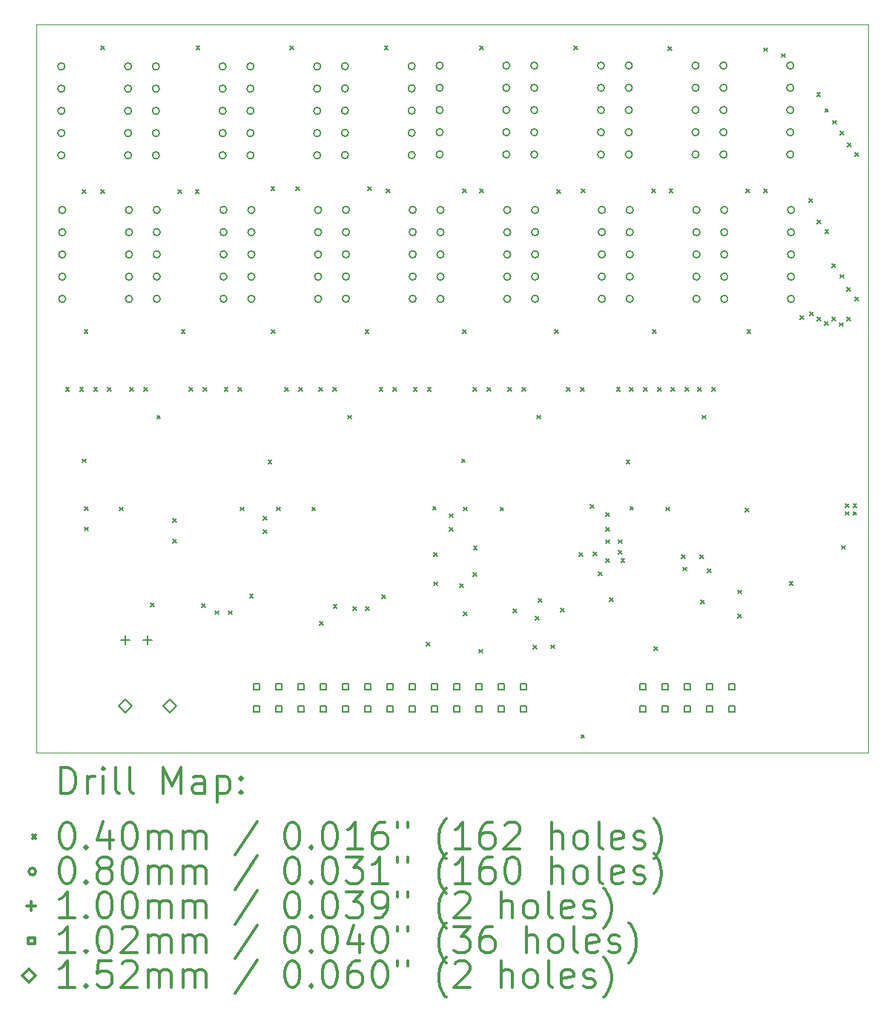
<source format=gbr>
%FSLAX45Y45*%
G04 Gerber Fmt 4.5, Leading zero omitted, Abs format (unit mm)*
G04 Created by KiCad (PCBNEW (5.1.0)-1) date 2022-03-22 21:10:53*
%MOMM*%
%LPD*%
G04 APERTURE LIST*
%ADD10C,0.050000*%
%ADD11C,0.200000*%
%ADD12C,0.300000*%
G04 APERTURE END LIST*
D10*
X8400000Y-12745000D02*
X8400000Y-8340000D01*
X17900000Y-12925000D02*
X17900000Y-10050000D01*
X17900000Y-12925000D02*
X17590000Y-12925000D01*
X8400000Y-12925000D02*
X17590000Y-12925000D01*
X8400000Y-12745000D02*
X8400000Y-12925000D01*
X17900000Y-8450000D02*
X17900000Y-10050000D01*
X17900000Y-4600000D02*
X17900000Y-8450000D01*
X8400000Y-4600000D02*
X8400000Y-8340000D01*
X8400000Y-4600000D02*
X17900000Y-4600000D01*
D11*
X8740000Y-8750000D02*
X8780000Y-8790000D01*
X8780000Y-8750000D02*
X8740000Y-8790000D01*
X8900000Y-8750000D02*
X8940000Y-8790000D01*
X8940000Y-8750000D02*
X8900000Y-8790000D01*
X8930000Y-6490000D02*
X8970000Y-6530000D01*
X8970000Y-6490000D02*
X8930000Y-6530000D01*
X8930000Y-9570000D02*
X8970000Y-9610000D01*
X8970000Y-9570000D02*
X8930000Y-9610000D01*
X8950000Y-8090000D02*
X8990000Y-8130000D01*
X8990000Y-8090000D02*
X8950000Y-8130000D01*
X8957500Y-10117500D02*
X8997500Y-10157500D01*
X8997500Y-10117500D02*
X8957500Y-10157500D01*
X8957500Y-10347500D02*
X8997500Y-10387500D01*
X8997500Y-10347500D02*
X8957500Y-10387500D01*
X9060000Y-8750000D02*
X9100000Y-8790000D01*
X9100000Y-8750000D02*
X9060000Y-8790000D01*
X9140000Y-4850000D02*
X9180000Y-4890000D01*
X9180000Y-4850000D02*
X9140000Y-4890000D01*
X9140000Y-6490000D02*
X9180000Y-6530000D01*
X9180000Y-6490000D02*
X9140000Y-6530000D01*
X9220000Y-8750000D02*
X9260000Y-8790000D01*
X9260000Y-8750000D02*
X9220000Y-8790000D01*
X9350000Y-10120000D02*
X9390000Y-10160000D01*
X9390000Y-10120000D02*
X9350000Y-10160000D01*
X9470000Y-8750000D02*
X9510000Y-8790000D01*
X9510000Y-8750000D02*
X9470000Y-8790000D01*
X9630000Y-8750000D02*
X9670000Y-8790000D01*
X9670000Y-8750000D02*
X9630000Y-8790000D01*
X9710000Y-11215000D02*
X9750000Y-11255000D01*
X9750000Y-11215000D02*
X9710000Y-11255000D01*
X9780000Y-9070000D02*
X9820000Y-9110000D01*
X9820000Y-9070000D02*
X9780000Y-9110000D01*
X9960000Y-10250000D02*
X10000000Y-10290000D01*
X10000000Y-10250000D02*
X9960000Y-10290000D01*
X9962500Y-10490000D02*
X10002500Y-10530000D01*
X10002500Y-10490000D02*
X9962500Y-10530000D01*
X10020000Y-6490000D02*
X10060000Y-6530000D01*
X10060000Y-6490000D02*
X10020000Y-6530000D01*
X10060000Y-8090000D02*
X10100000Y-8130000D01*
X10100000Y-8090000D02*
X10060000Y-8130000D01*
X10150000Y-8750000D02*
X10190000Y-8790000D01*
X10190000Y-8750000D02*
X10150000Y-8790000D01*
X10220000Y-6490000D02*
X10260000Y-6530000D01*
X10260000Y-6490000D02*
X10220000Y-6530000D01*
X10230000Y-4850000D02*
X10270000Y-4890000D01*
X10270000Y-4850000D02*
X10230000Y-4890000D01*
X10290000Y-11225000D02*
X10330000Y-11265000D01*
X10330000Y-11225000D02*
X10290000Y-11265000D01*
X10310000Y-8750000D02*
X10350000Y-8790000D01*
X10350000Y-8750000D02*
X10310000Y-8790000D01*
X10447500Y-11305000D02*
X10487500Y-11345000D01*
X10487500Y-11305000D02*
X10447500Y-11345000D01*
X10550000Y-8750000D02*
X10590000Y-8790000D01*
X10590000Y-8750000D02*
X10550000Y-8790000D01*
X10595000Y-11305000D02*
X10635000Y-11345000D01*
X10635000Y-11305000D02*
X10595000Y-11345000D01*
X10710000Y-8750000D02*
X10750000Y-8790000D01*
X10750000Y-8750000D02*
X10710000Y-8790000D01*
X10730000Y-10120000D02*
X10770000Y-10160000D01*
X10770000Y-10120000D02*
X10730000Y-10160000D01*
X10840000Y-11115000D02*
X10880000Y-11155000D01*
X10880000Y-11115000D02*
X10840000Y-11155000D01*
X10992500Y-10222500D02*
X11032500Y-10262500D01*
X11032500Y-10222500D02*
X10992500Y-10262500D01*
X10992500Y-10380001D02*
X11032500Y-10420001D01*
X11032500Y-10380001D02*
X10992500Y-10420001D01*
X11050000Y-9580000D02*
X11090000Y-9620000D01*
X11090000Y-9580000D02*
X11050000Y-9620000D01*
X11085000Y-6460000D02*
X11125000Y-6500000D01*
X11125000Y-6460000D02*
X11085000Y-6500000D01*
X11090000Y-8090000D02*
X11130000Y-8130000D01*
X11130000Y-8090000D02*
X11090000Y-8130000D01*
X11150000Y-10120000D02*
X11190000Y-10160000D01*
X11190000Y-10120000D02*
X11150000Y-10160000D01*
X11240000Y-8750000D02*
X11280000Y-8790000D01*
X11280000Y-8750000D02*
X11240000Y-8790000D01*
X11300000Y-4850000D02*
X11340000Y-4890000D01*
X11340000Y-4850000D02*
X11300000Y-4890000D01*
X11370000Y-6460000D02*
X11410000Y-6500000D01*
X11410000Y-6460000D02*
X11370000Y-6500000D01*
X11400000Y-8750000D02*
X11440000Y-8790000D01*
X11440000Y-8750000D02*
X11400000Y-8790000D01*
X11550000Y-10120000D02*
X11590000Y-10160000D01*
X11590000Y-10120000D02*
X11550000Y-10160000D01*
X11630000Y-8750000D02*
X11670000Y-8790000D01*
X11670000Y-8750000D02*
X11630000Y-8790000D01*
X11640000Y-11425000D02*
X11680000Y-11465000D01*
X11680000Y-11425000D02*
X11640000Y-11465000D01*
X11790000Y-8750000D02*
X11830000Y-8790000D01*
X11830000Y-8750000D02*
X11790000Y-8790000D01*
X11795000Y-11230000D02*
X11835000Y-11270000D01*
X11835000Y-11230000D02*
X11795000Y-11270000D01*
X11960000Y-9070000D02*
X12000000Y-9110000D01*
X12000000Y-9070000D02*
X11960000Y-9110000D01*
X12017500Y-11255000D02*
X12057500Y-11295000D01*
X12057500Y-11255000D02*
X12017500Y-11295000D01*
X12160000Y-8090000D02*
X12200000Y-8130000D01*
X12200000Y-8090000D02*
X12160000Y-8130000D01*
X12165000Y-11255000D02*
X12205000Y-11295000D01*
X12205000Y-11255000D02*
X12165000Y-11295000D01*
X12190000Y-6460000D02*
X12230000Y-6500000D01*
X12230000Y-6460000D02*
X12190000Y-6500000D01*
X12320000Y-8750000D02*
X12360000Y-8790000D01*
X12360000Y-8750000D02*
X12320000Y-8790000D01*
X12350000Y-11125000D02*
X12390000Y-11165000D01*
X12390000Y-11125000D02*
X12350000Y-11165000D01*
X12380000Y-4850000D02*
X12420000Y-4890000D01*
X12420000Y-4850000D02*
X12380000Y-4890000D01*
X12400000Y-6480000D02*
X12440000Y-6520000D01*
X12440000Y-6480000D02*
X12400000Y-6520000D01*
X12480000Y-8750000D02*
X12520000Y-8790000D01*
X12520000Y-8750000D02*
X12480000Y-8790000D01*
X12710000Y-8750000D02*
X12750000Y-8790000D01*
X12750000Y-8750000D02*
X12710000Y-8790000D01*
X12860000Y-11665000D02*
X12900000Y-11705000D01*
X12900000Y-11665000D02*
X12860000Y-11705000D01*
X12870000Y-8750000D02*
X12910000Y-8790000D01*
X12910000Y-8750000D02*
X12870000Y-8790000D01*
X12930000Y-10110000D02*
X12970000Y-10150000D01*
X12970000Y-10110000D02*
X12930000Y-10150000D01*
X12945000Y-10637500D02*
X12985000Y-10677500D01*
X12985000Y-10637500D02*
X12945000Y-10677500D01*
X12945000Y-10975000D02*
X12985000Y-11015000D01*
X12985000Y-10975000D02*
X12945000Y-11015000D01*
X13122500Y-10195000D02*
X13162500Y-10235000D01*
X13162500Y-10195000D02*
X13122500Y-10235000D01*
X13122500Y-10350000D02*
X13162500Y-10390000D01*
X13162500Y-10350000D02*
X13122500Y-10390000D01*
X13237500Y-10997500D02*
X13277500Y-11037500D01*
X13277500Y-10997500D02*
X13237500Y-11037500D01*
X13260000Y-9570000D02*
X13300000Y-9610000D01*
X13300000Y-9570000D02*
X13260000Y-9610000D01*
X13270000Y-6480000D02*
X13310000Y-6520000D01*
X13310000Y-6480000D02*
X13270000Y-6520000D01*
X13270000Y-8090000D02*
X13310000Y-8130000D01*
X13310000Y-8090000D02*
X13270000Y-8130000D01*
X13280000Y-10120000D02*
X13320000Y-10160000D01*
X13320000Y-10120000D02*
X13280000Y-10160000D01*
X13282500Y-11317500D02*
X13322500Y-11357500D01*
X13322500Y-11317500D02*
X13282500Y-11357500D01*
X13390000Y-8750000D02*
X13430000Y-8790000D01*
X13430000Y-8750000D02*
X13390000Y-8790000D01*
X13394293Y-10869698D02*
X13434293Y-10909698D01*
X13434293Y-10869698D02*
X13394293Y-10909698D01*
X13395000Y-10565000D02*
X13435000Y-10605000D01*
X13435000Y-10565000D02*
X13395000Y-10605000D01*
X13458735Y-11743735D02*
X13498735Y-11783735D01*
X13498735Y-11743735D02*
X13458735Y-11783735D01*
X13470000Y-4850000D02*
X13510000Y-4890000D01*
X13510000Y-4850000D02*
X13470000Y-4890000D01*
X13470000Y-6480000D02*
X13510000Y-6520000D01*
X13510000Y-6480000D02*
X13470000Y-6520000D01*
X13550000Y-8750000D02*
X13590000Y-8790000D01*
X13590000Y-8750000D02*
X13550000Y-8790000D01*
X13700000Y-10120000D02*
X13740000Y-10160000D01*
X13740000Y-10120000D02*
X13700000Y-10160000D01*
X13790000Y-8750000D02*
X13830000Y-8790000D01*
X13830000Y-8750000D02*
X13790000Y-8790000D01*
X13846000Y-11285000D02*
X13886000Y-11325000D01*
X13886000Y-11285000D02*
X13846000Y-11325000D01*
X13950000Y-8750000D02*
X13990000Y-8790000D01*
X13990000Y-8750000D02*
X13950000Y-8790000D01*
X14078750Y-11696250D02*
X14118750Y-11736250D01*
X14118750Y-11696250D02*
X14078750Y-11736250D01*
X14100000Y-11365000D02*
X14140000Y-11405000D01*
X14140000Y-11365000D02*
X14100000Y-11405000D01*
X14120000Y-9070000D02*
X14160000Y-9110000D01*
X14160000Y-9070000D02*
X14120000Y-9110000D01*
X14138735Y-11163735D02*
X14178735Y-11203735D01*
X14178735Y-11163735D02*
X14138735Y-11203735D01*
X14280000Y-11695000D02*
X14320000Y-11735000D01*
X14320000Y-11695000D02*
X14280000Y-11735000D01*
X14320000Y-8090000D02*
X14360000Y-8130000D01*
X14360000Y-8090000D02*
X14320000Y-8130000D01*
X14350000Y-6490000D02*
X14390000Y-6530000D01*
X14390000Y-6490000D02*
X14350000Y-6530000D01*
X14390000Y-11275000D02*
X14430000Y-11315000D01*
X14430000Y-11275000D02*
X14390000Y-11315000D01*
X14460000Y-8750000D02*
X14500000Y-8790000D01*
X14500000Y-8750000D02*
X14460000Y-8790000D01*
X14540000Y-4850000D02*
X14580000Y-4890000D01*
X14580000Y-4850000D02*
X14540000Y-4890000D01*
X14602500Y-10637500D02*
X14642500Y-10677500D01*
X14642500Y-10637500D02*
X14602500Y-10677500D01*
X14620000Y-8750000D02*
X14660000Y-8790000D01*
X14660000Y-8750000D02*
X14620000Y-8790000D01*
X14622500Y-12717500D02*
X14662500Y-12757500D01*
X14662500Y-12717500D02*
X14622500Y-12757500D01*
X14625000Y-6480000D02*
X14665000Y-6520000D01*
X14665000Y-6480000D02*
X14625000Y-6520000D01*
X14730000Y-10090000D02*
X14770000Y-10130000D01*
X14770000Y-10090000D02*
X14730000Y-10130000D01*
X14765000Y-10630000D02*
X14805000Y-10670000D01*
X14805000Y-10630000D02*
X14765000Y-10670000D01*
X14825000Y-10860000D02*
X14865000Y-10900000D01*
X14865000Y-10860000D02*
X14825000Y-10900000D01*
X14905000Y-10492500D02*
X14945000Y-10532500D01*
X14945000Y-10492500D02*
X14905000Y-10532500D01*
X14907500Y-10710000D02*
X14947500Y-10750000D01*
X14947500Y-10710000D02*
X14907500Y-10750000D01*
X14910000Y-10180000D02*
X14950000Y-10220000D01*
X14950000Y-10180000D02*
X14910000Y-10220000D01*
X14910000Y-10355000D02*
X14950000Y-10395000D01*
X14950000Y-10355000D02*
X14910000Y-10395000D01*
X14950000Y-11155000D02*
X14990000Y-11195000D01*
X14990000Y-11155000D02*
X14950000Y-11195000D01*
X15030000Y-8750000D02*
X15070000Y-8790000D01*
X15070000Y-8750000D02*
X15030000Y-8790000D01*
X15052500Y-10492500D02*
X15092500Y-10532500D01*
X15092500Y-10492500D02*
X15052500Y-10532500D01*
X15052500Y-10613855D02*
X15092500Y-10653855D01*
X15092500Y-10613855D02*
X15052500Y-10653855D01*
X15080000Y-10710000D02*
X15120000Y-10750000D01*
X15120000Y-10710000D02*
X15080000Y-10750000D01*
X15140000Y-9580000D02*
X15180000Y-9620000D01*
X15180000Y-9580000D02*
X15140000Y-9620000D01*
X15180000Y-8750000D02*
X15220000Y-8790000D01*
X15220000Y-8750000D02*
X15180000Y-8790000D01*
X15182500Y-10110000D02*
X15222500Y-10150000D01*
X15222500Y-10110000D02*
X15182500Y-10150000D01*
X15340000Y-8750000D02*
X15380000Y-8790000D01*
X15380000Y-8750000D02*
X15340000Y-8790000D01*
X15430000Y-6480000D02*
X15470000Y-6520000D01*
X15470000Y-6480000D02*
X15430000Y-6520000D01*
X15440000Y-8090000D02*
X15480000Y-8130000D01*
X15480000Y-8090000D02*
X15440000Y-8130000D01*
X15460000Y-11715000D02*
X15500000Y-11755000D01*
X15500000Y-11715000D02*
X15460000Y-11755000D01*
X15500000Y-8750000D02*
X15540000Y-8790000D01*
X15540000Y-8750000D02*
X15500000Y-8790000D01*
X15590000Y-10120000D02*
X15630000Y-10160000D01*
X15630000Y-10120000D02*
X15590000Y-10160000D01*
X15620000Y-4860000D02*
X15660000Y-4900000D01*
X15660000Y-4860000D02*
X15620000Y-4900000D01*
X15630000Y-6480000D02*
X15670000Y-6520000D01*
X15670000Y-6480000D02*
X15630000Y-6520000D01*
X15650000Y-8750000D02*
X15690000Y-8790000D01*
X15690000Y-8750000D02*
X15650000Y-8790000D01*
X15770000Y-10665000D02*
X15810000Y-10705000D01*
X15810000Y-10665000D02*
X15770000Y-10705000D01*
X15787500Y-10805000D02*
X15827500Y-10845000D01*
X15827500Y-10805000D02*
X15787500Y-10845000D01*
X15810000Y-8750000D02*
X15850000Y-8790000D01*
X15850000Y-8750000D02*
X15810000Y-8790000D01*
X15960000Y-8750000D02*
X16000000Y-8790000D01*
X16000000Y-8750000D02*
X15960000Y-8790000D01*
X15980000Y-10665000D02*
X16020000Y-10705000D01*
X16020000Y-10665000D02*
X15980000Y-10705000D01*
X15990000Y-11180000D02*
X16030000Y-11220000D01*
X16030000Y-11180000D02*
X15990000Y-11220000D01*
X16010000Y-9070000D02*
X16050000Y-9110000D01*
X16050000Y-9070000D02*
X16010000Y-9110000D01*
X16070000Y-10825000D02*
X16110000Y-10865000D01*
X16110000Y-10825000D02*
X16070000Y-10865000D01*
X16120000Y-8750000D02*
X16160000Y-8790000D01*
X16160000Y-8750000D02*
X16120000Y-8790000D01*
X16412360Y-11067640D02*
X16452360Y-11107640D01*
X16452360Y-11067640D02*
X16412360Y-11107640D01*
X16412360Y-11342640D02*
X16452360Y-11382640D01*
X16452360Y-11342640D02*
X16412360Y-11382640D01*
X16500000Y-10130000D02*
X16540000Y-10170000D01*
X16540000Y-10130000D02*
X16500000Y-10170000D01*
X16510000Y-6480000D02*
X16550000Y-6520000D01*
X16550000Y-6480000D02*
X16510000Y-6520000D01*
X16520000Y-8090000D02*
X16560000Y-8130000D01*
X16560000Y-8090000D02*
X16520000Y-8130000D01*
X16710000Y-4870000D02*
X16750000Y-4910000D01*
X16750000Y-4870000D02*
X16710000Y-4910000D01*
X16710000Y-6480000D02*
X16750000Y-6520000D01*
X16750000Y-6480000D02*
X16710000Y-6520000D01*
X16913823Y-4937904D02*
X16953823Y-4977904D01*
X16953823Y-4937904D02*
X16913823Y-4977904D01*
X17002500Y-10967500D02*
X17042500Y-11007500D01*
X17042500Y-10967500D02*
X17002500Y-11007500D01*
X17124896Y-7929896D02*
X17164896Y-7969896D01*
X17164896Y-7929896D02*
X17124896Y-7969896D01*
X17230000Y-6590000D02*
X17270000Y-6630000D01*
X17270000Y-6590000D02*
X17230000Y-6630000D01*
X17235000Y-7888190D02*
X17275000Y-7928190D01*
X17275000Y-7888190D02*
X17235000Y-7928190D01*
X17315000Y-5380000D02*
X17355000Y-5420000D01*
X17355000Y-5380000D02*
X17315000Y-5420000D01*
X17318807Y-7946193D02*
X17358807Y-7986193D01*
X17358807Y-7946193D02*
X17318807Y-7986193D01*
X17320000Y-6840000D02*
X17360000Y-6880000D01*
X17360000Y-6840000D02*
X17320000Y-6880000D01*
X17404000Y-7998560D02*
X17444000Y-8038560D01*
X17444000Y-7998560D02*
X17404000Y-8038560D01*
X17410000Y-5565000D02*
X17450000Y-5605000D01*
X17450000Y-5565000D02*
X17410000Y-5605000D01*
X17410000Y-6950000D02*
X17450000Y-6990000D01*
X17450000Y-6950000D02*
X17410000Y-6990000D01*
X17490000Y-7340000D02*
X17530000Y-7380000D01*
X17530000Y-7340000D02*
X17490000Y-7380000D01*
X17490000Y-7947530D02*
X17530000Y-7987530D01*
X17530000Y-7947530D02*
X17490000Y-7987530D01*
X17495000Y-5700000D02*
X17535000Y-5740000D01*
X17535000Y-5700000D02*
X17495000Y-5740000D01*
X17575000Y-8010000D02*
X17615000Y-8050000D01*
X17615000Y-8010000D02*
X17575000Y-8050000D01*
X17580000Y-5820000D02*
X17620000Y-5860000D01*
X17620000Y-5820000D02*
X17580000Y-5860000D01*
X17580000Y-7460000D02*
X17620000Y-7500000D01*
X17620000Y-7460000D02*
X17580000Y-7500000D01*
X17600000Y-10560000D02*
X17640000Y-10600000D01*
X17640000Y-10560000D02*
X17600000Y-10600000D01*
X17640000Y-10080000D02*
X17680000Y-10120000D01*
X17680000Y-10080000D02*
X17640000Y-10120000D01*
X17640000Y-10170000D02*
X17680000Y-10210000D01*
X17680000Y-10170000D02*
X17640000Y-10210000D01*
X17660000Y-7610000D02*
X17700000Y-7650000D01*
X17700000Y-7610000D02*
X17660000Y-7650000D01*
X17660000Y-7945000D02*
X17700000Y-7985000D01*
X17700000Y-7945000D02*
X17660000Y-7985000D01*
X17665000Y-5960000D02*
X17705000Y-6000000D01*
X17705000Y-5960000D02*
X17665000Y-6000000D01*
X17730000Y-10080000D02*
X17770000Y-10120000D01*
X17770000Y-10080000D02*
X17730000Y-10120000D01*
X17730000Y-10170000D02*
X17770000Y-10210000D01*
X17770000Y-10170000D02*
X17730000Y-10210000D01*
X17750000Y-6070000D02*
X17790000Y-6110000D01*
X17790000Y-6070000D02*
X17750000Y-6110000D01*
X17750000Y-7720000D02*
X17790000Y-7760000D01*
X17790000Y-7720000D02*
X17750000Y-7760000D01*
X13059000Y-6722000D02*
G75*
G03X13059000Y-6722000I-40000J0D01*
G01*
X13059000Y-6976000D02*
G75*
G03X13059000Y-6976000I-40000J0D01*
G01*
X13059000Y-7230000D02*
G75*
G03X13059000Y-7230000I-40000J0D01*
G01*
X13059000Y-7484000D02*
G75*
G03X13059000Y-7484000I-40000J0D01*
G01*
X13059000Y-7738000D02*
G75*
G03X13059000Y-7738000I-40000J0D01*
G01*
X13821000Y-6722000D02*
G75*
G03X13821000Y-6722000I-40000J0D01*
G01*
X13821000Y-6976000D02*
G75*
G03X13821000Y-6976000I-40000J0D01*
G01*
X13821000Y-7230000D02*
G75*
G03X13821000Y-7230000I-40000J0D01*
G01*
X13821000Y-7484000D02*
G75*
G03X13821000Y-7484000I-40000J0D01*
G01*
X13821000Y-7738000D02*
G75*
G03X13821000Y-7738000I-40000J0D01*
G01*
X9819000Y-6722000D02*
G75*
G03X9819000Y-6722000I-40000J0D01*
G01*
X9819000Y-6976000D02*
G75*
G03X9819000Y-6976000I-40000J0D01*
G01*
X9819000Y-7230000D02*
G75*
G03X9819000Y-7230000I-40000J0D01*
G01*
X9819000Y-7484000D02*
G75*
G03X9819000Y-7484000I-40000J0D01*
G01*
X9819000Y-7738000D02*
G75*
G03X9819000Y-7738000I-40000J0D01*
G01*
X10581000Y-6722000D02*
G75*
G03X10581000Y-6722000I-40000J0D01*
G01*
X10581000Y-6976000D02*
G75*
G03X10581000Y-6976000I-40000J0D01*
G01*
X10581000Y-7230000D02*
G75*
G03X10581000Y-7230000I-40000J0D01*
G01*
X10581000Y-7484000D02*
G75*
G03X10581000Y-7484000I-40000J0D01*
G01*
X10581000Y-7738000D02*
G75*
G03X10581000Y-7738000I-40000J0D01*
G01*
X16289000Y-5072000D02*
G75*
G03X16289000Y-5072000I-40000J0D01*
G01*
X16289000Y-5326000D02*
G75*
G03X16289000Y-5326000I-40000J0D01*
G01*
X16289000Y-5580000D02*
G75*
G03X16289000Y-5580000I-40000J0D01*
G01*
X16289000Y-5834000D02*
G75*
G03X16289000Y-5834000I-40000J0D01*
G01*
X16289000Y-6088000D02*
G75*
G03X16289000Y-6088000I-40000J0D01*
G01*
X17051000Y-5072000D02*
G75*
G03X17051000Y-5072000I-40000J0D01*
G01*
X17051000Y-5326000D02*
G75*
G03X17051000Y-5326000I-40000J0D01*
G01*
X17051000Y-5580000D02*
G75*
G03X17051000Y-5580000I-40000J0D01*
G01*
X17051000Y-5834000D02*
G75*
G03X17051000Y-5834000I-40000J0D01*
G01*
X17051000Y-6088000D02*
G75*
G03X17051000Y-6088000I-40000J0D01*
G01*
X14129000Y-5072000D02*
G75*
G03X14129000Y-5072000I-40000J0D01*
G01*
X14129000Y-5326000D02*
G75*
G03X14129000Y-5326000I-40000J0D01*
G01*
X14129000Y-5580000D02*
G75*
G03X14129000Y-5580000I-40000J0D01*
G01*
X14129000Y-5834000D02*
G75*
G03X14129000Y-5834000I-40000J0D01*
G01*
X14129000Y-6088000D02*
G75*
G03X14129000Y-6088000I-40000J0D01*
G01*
X14891000Y-5072000D02*
G75*
G03X14891000Y-5072000I-40000J0D01*
G01*
X14891000Y-5326000D02*
G75*
G03X14891000Y-5326000I-40000J0D01*
G01*
X14891000Y-5580000D02*
G75*
G03X14891000Y-5580000I-40000J0D01*
G01*
X14891000Y-5834000D02*
G75*
G03X14891000Y-5834000I-40000J0D01*
G01*
X14891000Y-6088000D02*
G75*
G03X14891000Y-6088000I-40000J0D01*
G01*
X10889000Y-5082000D02*
G75*
G03X10889000Y-5082000I-40000J0D01*
G01*
X10889000Y-5336000D02*
G75*
G03X10889000Y-5336000I-40000J0D01*
G01*
X10889000Y-5590000D02*
G75*
G03X10889000Y-5590000I-40000J0D01*
G01*
X10889000Y-5844000D02*
G75*
G03X10889000Y-5844000I-40000J0D01*
G01*
X10889000Y-6098000D02*
G75*
G03X10889000Y-6098000I-40000J0D01*
G01*
X11651000Y-5082000D02*
G75*
G03X11651000Y-5082000I-40000J0D01*
G01*
X11651000Y-5336000D02*
G75*
G03X11651000Y-5336000I-40000J0D01*
G01*
X11651000Y-5590000D02*
G75*
G03X11651000Y-5590000I-40000J0D01*
G01*
X11651000Y-5844000D02*
G75*
G03X11651000Y-5844000I-40000J0D01*
G01*
X11651000Y-6098000D02*
G75*
G03X11651000Y-6098000I-40000J0D01*
G01*
X9809000Y-5082000D02*
G75*
G03X9809000Y-5082000I-40000J0D01*
G01*
X9809000Y-5336000D02*
G75*
G03X9809000Y-5336000I-40000J0D01*
G01*
X9809000Y-5590000D02*
G75*
G03X9809000Y-5590000I-40000J0D01*
G01*
X9809000Y-5844000D02*
G75*
G03X9809000Y-5844000I-40000J0D01*
G01*
X9809000Y-6098000D02*
G75*
G03X9809000Y-6098000I-40000J0D01*
G01*
X10571000Y-5082000D02*
G75*
G03X10571000Y-5082000I-40000J0D01*
G01*
X10571000Y-5336000D02*
G75*
G03X10571000Y-5336000I-40000J0D01*
G01*
X10571000Y-5590000D02*
G75*
G03X10571000Y-5590000I-40000J0D01*
G01*
X10571000Y-5844000D02*
G75*
G03X10571000Y-5844000I-40000J0D01*
G01*
X10571000Y-6098000D02*
G75*
G03X10571000Y-6098000I-40000J0D01*
G01*
X16299000Y-6722000D02*
G75*
G03X16299000Y-6722000I-40000J0D01*
G01*
X16299000Y-6976000D02*
G75*
G03X16299000Y-6976000I-40000J0D01*
G01*
X16299000Y-7230000D02*
G75*
G03X16299000Y-7230000I-40000J0D01*
G01*
X16299000Y-7484000D02*
G75*
G03X16299000Y-7484000I-40000J0D01*
G01*
X16299000Y-7738000D02*
G75*
G03X16299000Y-7738000I-40000J0D01*
G01*
X17061000Y-6722000D02*
G75*
G03X17061000Y-6722000I-40000J0D01*
G01*
X17061000Y-6976000D02*
G75*
G03X17061000Y-6976000I-40000J0D01*
G01*
X17061000Y-7230000D02*
G75*
G03X17061000Y-7230000I-40000J0D01*
G01*
X17061000Y-7484000D02*
G75*
G03X17061000Y-7484000I-40000J0D01*
G01*
X17061000Y-7738000D02*
G75*
G03X17061000Y-7738000I-40000J0D01*
G01*
X11979000Y-6722000D02*
G75*
G03X11979000Y-6722000I-40000J0D01*
G01*
X11979000Y-6976000D02*
G75*
G03X11979000Y-6976000I-40000J0D01*
G01*
X11979000Y-7230000D02*
G75*
G03X11979000Y-7230000I-40000J0D01*
G01*
X11979000Y-7484000D02*
G75*
G03X11979000Y-7484000I-40000J0D01*
G01*
X11979000Y-7738000D02*
G75*
G03X11979000Y-7738000I-40000J0D01*
G01*
X12741000Y-6722000D02*
G75*
G03X12741000Y-6722000I-40000J0D01*
G01*
X12741000Y-6976000D02*
G75*
G03X12741000Y-6976000I-40000J0D01*
G01*
X12741000Y-7230000D02*
G75*
G03X12741000Y-7230000I-40000J0D01*
G01*
X12741000Y-7484000D02*
G75*
G03X12741000Y-7484000I-40000J0D01*
G01*
X12741000Y-7738000D02*
G75*
G03X12741000Y-7738000I-40000J0D01*
G01*
X15219000Y-6722000D02*
G75*
G03X15219000Y-6722000I-40000J0D01*
G01*
X15219000Y-6976000D02*
G75*
G03X15219000Y-6976000I-40000J0D01*
G01*
X15219000Y-7230000D02*
G75*
G03X15219000Y-7230000I-40000J0D01*
G01*
X15219000Y-7484000D02*
G75*
G03X15219000Y-7484000I-40000J0D01*
G01*
X15219000Y-7738000D02*
G75*
G03X15219000Y-7738000I-40000J0D01*
G01*
X15981000Y-6722000D02*
G75*
G03X15981000Y-6722000I-40000J0D01*
G01*
X15981000Y-6976000D02*
G75*
G03X15981000Y-6976000I-40000J0D01*
G01*
X15981000Y-7230000D02*
G75*
G03X15981000Y-7230000I-40000J0D01*
G01*
X15981000Y-7484000D02*
G75*
G03X15981000Y-7484000I-40000J0D01*
G01*
X15981000Y-7738000D02*
G75*
G03X15981000Y-7738000I-40000J0D01*
G01*
X15209000Y-5072000D02*
G75*
G03X15209000Y-5072000I-40000J0D01*
G01*
X15209000Y-5326000D02*
G75*
G03X15209000Y-5326000I-40000J0D01*
G01*
X15209000Y-5580000D02*
G75*
G03X15209000Y-5580000I-40000J0D01*
G01*
X15209000Y-5834000D02*
G75*
G03X15209000Y-5834000I-40000J0D01*
G01*
X15209000Y-6088000D02*
G75*
G03X15209000Y-6088000I-40000J0D01*
G01*
X15971000Y-5072000D02*
G75*
G03X15971000Y-5072000I-40000J0D01*
G01*
X15971000Y-5326000D02*
G75*
G03X15971000Y-5326000I-40000J0D01*
G01*
X15971000Y-5580000D02*
G75*
G03X15971000Y-5580000I-40000J0D01*
G01*
X15971000Y-5834000D02*
G75*
G03X15971000Y-5834000I-40000J0D01*
G01*
X15971000Y-6088000D02*
G75*
G03X15971000Y-6088000I-40000J0D01*
G01*
X13049000Y-5072000D02*
G75*
G03X13049000Y-5072000I-40000J0D01*
G01*
X13049000Y-5326000D02*
G75*
G03X13049000Y-5326000I-40000J0D01*
G01*
X13049000Y-5580000D02*
G75*
G03X13049000Y-5580000I-40000J0D01*
G01*
X13049000Y-5834000D02*
G75*
G03X13049000Y-5834000I-40000J0D01*
G01*
X13049000Y-6088000D02*
G75*
G03X13049000Y-6088000I-40000J0D01*
G01*
X13811000Y-5072000D02*
G75*
G03X13811000Y-5072000I-40000J0D01*
G01*
X13811000Y-5326000D02*
G75*
G03X13811000Y-5326000I-40000J0D01*
G01*
X13811000Y-5580000D02*
G75*
G03X13811000Y-5580000I-40000J0D01*
G01*
X13811000Y-5834000D02*
G75*
G03X13811000Y-5834000I-40000J0D01*
G01*
X13811000Y-6088000D02*
G75*
G03X13811000Y-6088000I-40000J0D01*
G01*
X8729000Y-5082000D02*
G75*
G03X8729000Y-5082000I-40000J0D01*
G01*
X8729000Y-5336000D02*
G75*
G03X8729000Y-5336000I-40000J0D01*
G01*
X8729000Y-5590000D02*
G75*
G03X8729000Y-5590000I-40000J0D01*
G01*
X8729000Y-5844000D02*
G75*
G03X8729000Y-5844000I-40000J0D01*
G01*
X8729000Y-6098000D02*
G75*
G03X8729000Y-6098000I-40000J0D01*
G01*
X9491000Y-5082000D02*
G75*
G03X9491000Y-5082000I-40000J0D01*
G01*
X9491000Y-5336000D02*
G75*
G03X9491000Y-5336000I-40000J0D01*
G01*
X9491000Y-5590000D02*
G75*
G03X9491000Y-5590000I-40000J0D01*
G01*
X9491000Y-5844000D02*
G75*
G03X9491000Y-5844000I-40000J0D01*
G01*
X9491000Y-6098000D02*
G75*
G03X9491000Y-6098000I-40000J0D01*
G01*
X14139000Y-6722000D02*
G75*
G03X14139000Y-6722000I-40000J0D01*
G01*
X14139000Y-6976000D02*
G75*
G03X14139000Y-6976000I-40000J0D01*
G01*
X14139000Y-7230000D02*
G75*
G03X14139000Y-7230000I-40000J0D01*
G01*
X14139000Y-7484000D02*
G75*
G03X14139000Y-7484000I-40000J0D01*
G01*
X14139000Y-7738000D02*
G75*
G03X14139000Y-7738000I-40000J0D01*
G01*
X14901000Y-6722000D02*
G75*
G03X14901000Y-6722000I-40000J0D01*
G01*
X14901000Y-6976000D02*
G75*
G03X14901000Y-6976000I-40000J0D01*
G01*
X14901000Y-7230000D02*
G75*
G03X14901000Y-7230000I-40000J0D01*
G01*
X14901000Y-7484000D02*
G75*
G03X14901000Y-7484000I-40000J0D01*
G01*
X14901000Y-7738000D02*
G75*
G03X14901000Y-7738000I-40000J0D01*
G01*
X10899000Y-6722000D02*
G75*
G03X10899000Y-6722000I-40000J0D01*
G01*
X10899000Y-6976000D02*
G75*
G03X10899000Y-6976000I-40000J0D01*
G01*
X10899000Y-7230000D02*
G75*
G03X10899000Y-7230000I-40000J0D01*
G01*
X10899000Y-7484000D02*
G75*
G03X10899000Y-7484000I-40000J0D01*
G01*
X10899000Y-7738000D02*
G75*
G03X10899000Y-7738000I-40000J0D01*
G01*
X11661000Y-6722000D02*
G75*
G03X11661000Y-6722000I-40000J0D01*
G01*
X11661000Y-6976000D02*
G75*
G03X11661000Y-6976000I-40000J0D01*
G01*
X11661000Y-7230000D02*
G75*
G03X11661000Y-7230000I-40000J0D01*
G01*
X11661000Y-7484000D02*
G75*
G03X11661000Y-7484000I-40000J0D01*
G01*
X11661000Y-7738000D02*
G75*
G03X11661000Y-7738000I-40000J0D01*
G01*
X8739000Y-6722000D02*
G75*
G03X8739000Y-6722000I-40000J0D01*
G01*
X8739000Y-6976000D02*
G75*
G03X8739000Y-6976000I-40000J0D01*
G01*
X8739000Y-7230000D02*
G75*
G03X8739000Y-7230000I-40000J0D01*
G01*
X8739000Y-7484000D02*
G75*
G03X8739000Y-7484000I-40000J0D01*
G01*
X8739000Y-7738000D02*
G75*
G03X8739000Y-7738000I-40000J0D01*
G01*
X9501000Y-6722000D02*
G75*
G03X9501000Y-6722000I-40000J0D01*
G01*
X9501000Y-6976000D02*
G75*
G03X9501000Y-6976000I-40000J0D01*
G01*
X9501000Y-7230000D02*
G75*
G03X9501000Y-7230000I-40000J0D01*
G01*
X9501000Y-7484000D02*
G75*
G03X9501000Y-7484000I-40000J0D01*
G01*
X9501000Y-7738000D02*
G75*
G03X9501000Y-7738000I-40000J0D01*
G01*
X11968000Y-5078000D02*
G75*
G03X11968000Y-5078000I-40000J0D01*
G01*
X11968000Y-5332000D02*
G75*
G03X11968000Y-5332000I-40000J0D01*
G01*
X11968000Y-5586000D02*
G75*
G03X11968000Y-5586000I-40000J0D01*
G01*
X11968000Y-5840000D02*
G75*
G03X11968000Y-5840000I-40000J0D01*
G01*
X11968000Y-6094000D02*
G75*
G03X11968000Y-6094000I-40000J0D01*
G01*
X12730000Y-5078000D02*
G75*
G03X12730000Y-5078000I-40000J0D01*
G01*
X12730000Y-5332000D02*
G75*
G03X12730000Y-5332000I-40000J0D01*
G01*
X12730000Y-5586000D02*
G75*
G03X12730000Y-5586000I-40000J0D01*
G01*
X12730000Y-5840000D02*
G75*
G03X12730000Y-5840000I-40000J0D01*
G01*
X12730000Y-6094000D02*
G75*
G03X12730000Y-6094000I-40000J0D01*
G01*
X9421000Y-11590000D02*
X9421000Y-11690000D01*
X9371000Y-11640000D02*
X9471000Y-11640000D01*
X9675000Y-11590000D02*
X9675000Y-11690000D01*
X9625000Y-11640000D02*
X9725000Y-11640000D01*
X10955921Y-12206921D02*
X10955921Y-12135079D01*
X10884079Y-12135079D01*
X10884079Y-12206921D01*
X10955921Y-12206921D01*
X10955921Y-12460921D02*
X10955921Y-12389079D01*
X10884079Y-12389079D01*
X10884079Y-12460921D01*
X10955921Y-12460921D01*
X11209921Y-12206921D02*
X11209921Y-12135079D01*
X11138079Y-12135079D01*
X11138079Y-12206921D01*
X11209921Y-12206921D01*
X11209921Y-12460921D02*
X11209921Y-12389079D01*
X11138079Y-12389079D01*
X11138079Y-12460921D01*
X11209921Y-12460921D01*
X11463921Y-12206921D02*
X11463921Y-12135079D01*
X11392079Y-12135079D01*
X11392079Y-12206921D01*
X11463921Y-12206921D01*
X11463921Y-12460921D02*
X11463921Y-12389079D01*
X11392079Y-12389079D01*
X11392079Y-12460921D01*
X11463921Y-12460921D01*
X11717921Y-12206921D02*
X11717921Y-12135079D01*
X11646079Y-12135079D01*
X11646079Y-12206921D01*
X11717921Y-12206921D01*
X11717921Y-12460921D02*
X11717921Y-12389079D01*
X11646079Y-12389079D01*
X11646079Y-12460921D01*
X11717921Y-12460921D01*
X11971921Y-12206921D02*
X11971921Y-12135079D01*
X11900079Y-12135079D01*
X11900079Y-12206921D01*
X11971921Y-12206921D01*
X11971921Y-12460921D02*
X11971921Y-12389079D01*
X11900079Y-12389079D01*
X11900079Y-12460921D01*
X11971921Y-12460921D01*
X12225921Y-12206921D02*
X12225921Y-12135079D01*
X12154079Y-12135079D01*
X12154079Y-12206921D01*
X12225921Y-12206921D01*
X12225921Y-12460921D02*
X12225921Y-12389079D01*
X12154079Y-12389079D01*
X12154079Y-12460921D01*
X12225921Y-12460921D01*
X12479921Y-12206921D02*
X12479921Y-12135079D01*
X12408079Y-12135079D01*
X12408079Y-12206921D01*
X12479921Y-12206921D01*
X12479921Y-12460921D02*
X12479921Y-12389079D01*
X12408079Y-12389079D01*
X12408079Y-12460921D01*
X12479921Y-12460921D01*
X12733921Y-12206921D02*
X12733921Y-12135079D01*
X12662079Y-12135079D01*
X12662079Y-12206921D01*
X12733921Y-12206921D01*
X12733921Y-12460921D02*
X12733921Y-12389079D01*
X12662079Y-12389079D01*
X12662079Y-12460921D01*
X12733921Y-12460921D01*
X12987921Y-12206921D02*
X12987921Y-12135079D01*
X12916079Y-12135079D01*
X12916079Y-12206921D01*
X12987921Y-12206921D01*
X12987921Y-12460921D02*
X12987921Y-12389079D01*
X12916079Y-12389079D01*
X12916079Y-12460921D01*
X12987921Y-12460921D01*
X13241921Y-12206921D02*
X13241921Y-12135079D01*
X13170079Y-12135079D01*
X13170079Y-12206921D01*
X13241921Y-12206921D01*
X13241921Y-12460921D02*
X13241921Y-12389079D01*
X13170079Y-12389079D01*
X13170079Y-12460921D01*
X13241921Y-12460921D01*
X13495921Y-12206921D02*
X13495921Y-12135079D01*
X13424079Y-12135079D01*
X13424079Y-12206921D01*
X13495921Y-12206921D01*
X13495921Y-12460921D02*
X13495921Y-12389079D01*
X13424079Y-12389079D01*
X13424079Y-12460921D01*
X13495921Y-12460921D01*
X13749921Y-12206921D02*
X13749921Y-12135079D01*
X13678079Y-12135079D01*
X13678079Y-12206921D01*
X13749921Y-12206921D01*
X13749921Y-12460921D02*
X13749921Y-12389079D01*
X13678079Y-12389079D01*
X13678079Y-12460921D01*
X13749921Y-12460921D01*
X14003921Y-12206921D02*
X14003921Y-12135079D01*
X13932079Y-12135079D01*
X13932079Y-12206921D01*
X14003921Y-12206921D01*
X14003921Y-12460921D02*
X14003921Y-12389079D01*
X13932079Y-12389079D01*
X13932079Y-12460921D01*
X14003921Y-12460921D01*
X15365921Y-12206921D02*
X15365921Y-12135079D01*
X15294079Y-12135079D01*
X15294079Y-12206921D01*
X15365921Y-12206921D01*
X15365921Y-12460921D02*
X15365921Y-12389079D01*
X15294079Y-12389079D01*
X15294079Y-12460921D01*
X15365921Y-12460921D01*
X15619921Y-12206921D02*
X15619921Y-12135079D01*
X15548079Y-12135079D01*
X15548079Y-12206921D01*
X15619921Y-12206921D01*
X15619921Y-12460921D02*
X15619921Y-12389079D01*
X15548079Y-12389079D01*
X15548079Y-12460921D01*
X15619921Y-12460921D01*
X15873921Y-12206921D02*
X15873921Y-12135079D01*
X15802079Y-12135079D01*
X15802079Y-12206921D01*
X15873921Y-12206921D01*
X15873921Y-12460921D02*
X15873921Y-12389079D01*
X15802079Y-12389079D01*
X15802079Y-12460921D01*
X15873921Y-12460921D01*
X16127921Y-12206921D02*
X16127921Y-12135079D01*
X16056079Y-12135079D01*
X16056079Y-12206921D01*
X16127921Y-12206921D01*
X16127921Y-12460921D02*
X16127921Y-12389079D01*
X16056079Y-12389079D01*
X16056079Y-12460921D01*
X16127921Y-12460921D01*
X16381921Y-12206921D02*
X16381921Y-12135079D01*
X16310079Y-12135079D01*
X16310079Y-12206921D01*
X16381921Y-12206921D01*
X16381921Y-12460921D02*
X16381921Y-12389079D01*
X16310079Y-12389079D01*
X16310079Y-12460921D01*
X16381921Y-12460921D01*
X9420000Y-12471000D02*
X9496000Y-12395000D01*
X9420000Y-12319000D01*
X9344000Y-12395000D01*
X9420000Y-12471000D01*
X9928000Y-12471000D02*
X10004000Y-12395000D01*
X9928000Y-12319000D01*
X9852000Y-12395000D01*
X9928000Y-12471000D01*
D12*
X8683928Y-13393214D02*
X8683928Y-13093214D01*
X8755357Y-13093214D01*
X8798214Y-13107500D01*
X8826786Y-13136071D01*
X8841071Y-13164643D01*
X8855357Y-13221786D01*
X8855357Y-13264643D01*
X8841071Y-13321786D01*
X8826786Y-13350357D01*
X8798214Y-13378929D01*
X8755357Y-13393214D01*
X8683928Y-13393214D01*
X8983928Y-13393214D02*
X8983928Y-13193214D01*
X8983928Y-13250357D02*
X8998214Y-13221786D01*
X9012500Y-13207500D01*
X9041071Y-13193214D01*
X9069643Y-13193214D01*
X9169643Y-13393214D02*
X9169643Y-13193214D01*
X9169643Y-13093214D02*
X9155357Y-13107500D01*
X9169643Y-13121786D01*
X9183928Y-13107500D01*
X9169643Y-13093214D01*
X9169643Y-13121786D01*
X9355357Y-13393214D02*
X9326786Y-13378929D01*
X9312500Y-13350357D01*
X9312500Y-13093214D01*
X9512500Y-13393214D02*
X9483928Y-13378929D01*
X9469643Y-13350357D01*
X9469643Y-13093214D01*
X9855357Y-13393214D02*
X9855357Y-13093214D01*
X9955357Y-13307500D01*
X10055357Y-13093214D01*
X10055357Y-13393214D01*
X10326786Y-13393214D02*
X10326786Y-13236071D01*
X10312500Y-13207500D01*
X10283928Y-13193214D01*
X10226786Y-13193214D01*
X10198214Y-13207500D01*
X10326786Y-13378929D02*
X10298214Y-13393214D01*
X10226786Y-13393214D01*
X10198214Y-13378929D01*
X10183928Y-13350357D01*
X10183928Y-13321786D01*
X10198214Y-13293214D01*
X10226786Y-13278929D01*
X10298214Y-13278929D01*
X10326786Y-13264643D01*
X10469643Y-13193214D02*
X10469643Y-13493214D01*
X10469643Y-13207500D02*
X10498214Y-13193214D01*
X10555357Y-13193214D01*
X10583928Y-13207500D01*
X10598214Y-13221786D01*
X10612500Y-13250357D01*
X10612500Y-13336071D01*
X10598214Y-13364643D01*
X10583928Y-13378929D01*
X10555357Y-13393214D01*
X10498214Y-13393214D01*
X10469643Y-13378929D01*
X10741071Y-13364643D02*
X10755357Y-13378929D01*
X10741071Y-13393214D01*
X10726786Y-13378929D01*
X10741071Y-13364643D01*
X10741071Y-13393214D01*
X10741071Y-13207500D02*
X10755357Y-13221786D01*
X10741071Y-13236071D01*
X10726786Y-13221786D01*
X10741071Y-13207500D01*
X10741071Y-13236071D01*
X8357500Y-13867500D02*
X8397500Y-13907500D01*
X8397500Y-13867500D02*
X8357500Y-13907500D01*
X8741071Y-13723214D02*
X8769643Y-13723214D01*
X8798214Y-13737500D01*
X8812500Y-13751786D01*
X8826786Y-13780357D01*
X8841071Y-13837500D01*
X8841071Y-13908929D01*
X8826786Y-13966071D01*
X8812500Y-13994643D01*
X8798214Y-14008929D01*
X8769643Y-14023214D01*
X8741071Y-14023214D01*
X8712500Y-14008929D01*
X8698214Y-13994643D01*
X8683928Y-13966071D01*
X8669643Y-13908929D01*
X8669643Y-13837500D01*
X8683928Y-13780357D01*
X8698214Y-13751786D01*
X8712500Y-13737500D01*
X8741071Y-13723214D01*
X8969643Y-13994643D02*
X8983928Y-14008929D01*
X8969643Y-14023214D01*
X8955357Y-14008929D01*
X8969643Y-13994643D01*
X8969643Y-14023214D01*
X9241071Y-13823214D02*
X9241071Y-14023214D01*
X9169643Y-13708929D02*
X9098214Y-13923214D01*
X9283928Y-13923214D01*
X9455357Y-13723214D02*
X9483928Y-13723214D01*
X9512500Y-13737500D01*
X9526786Y-13751786D01*
X9541071Y-13780357D01*
X9555357Y-13837500D01*
X9555357Y-13908929D01*
X9541071Y-13966071D01*
X9526786Y-13994643D01*
X9512500Y-14008929D01*
X9483928Y-14023214D01*
X9455357Y-14023214D01*
X9426786Y-14008929D01*
X9412500Y-13994643D01*
X9398214Y-13966071D01*
X9383928Y-13908929D01*
X9383928Y-13837500D01*
X9398214Y-13780357D01*
X9412500Y-13751786D01*
X9426786Y-13737500D01*
X9455357Y-13723214D01*
X9683928Y-14023214D02*
X9683928Y-13823214D01*
X9683928Y-13851786D02*
X9698214Y-13837500D01*
X9726786Y-13823214D01*
X9769643Y-13823214D01*
X9798214Y-13837500D01*
X9812500Y-13866071D01*
X9812500Y-14023214D01*
X9812500Y-13866071D02*
X9826786Y-13837500D01*
X9855357Y-13823214D01*
X9898214Y-13823214D01*
X9926786Y-13837500D01*
X9941071Y-13866071D01*
X9941071Y-14023214D01*
X10083928Y-14023214D02*
X10083928Y-13823214D01*
X10083928Y-13851786D02*
X10098214Y-13837500D01*
X10126786Y-13823214D01*
X10169643Y-13823214D01*
X10198214Y-13837500D01*
X10212500Y-13866071D01*
X10212500Y-14023214D01*
X10212500Y-13866071D02*
X10226786Y-13837500D01*
X10255357Y-13823214D01*
X10298214Y-13823214D01*
X10326786Y-13837500D01*
X10341071Y-13866071D01*
X10341071Y-14023214D01*
X10926786Y-13708929D02*
X10669643Y-14094643D01*
X11312500Y-13723214D02*
X11341071Y-13723214D01*
X11369643Y-13737500D01*
X11383928Y-13751786D01*
X11398214Y-13780357D01*
X11412500Y-13837500D01*
X11412500Y-13908929D01*
X11398214Y-13966071D01*
X11383928Y-13994643D01*
X11369643Y-14008929D01*
X11341071Y-14023214D01*
X11312500Y-14023214D01*
X11283928Y-14008929D01*
X11269643Y-13994643D01*
X11255357Y-13966071D01*
X11241071Y-13908929D01*
X11241071Y-13837500D01*
X11255357Y-13780357D01*
X11269643Y-13751786D01*
X11283928Y-13737500D01*
X11312500Y-13723214D01*
X11541071Y-13994643D02*
X11555357Y-14008929D01*
X11541071Y-14023214D01*
X11526786Y-14008929D01*
X11541071Y-13994643D01*
X11541071Y-14023214D01*
X11741071Y-13723214D02*
X11769643Y-13723214D01*
X11798214Y-13737500D01*
X11812500Y-13751786D01*
X11826786Y-13780357D01*
X11841071Y-13837500D01*
X11841071Y-13908929D01*
X11826786Y-13966071D01*
X11812500Y-13994643D01*
X11798214Y-14008929D01*
X11769643Y-14023214D01*
X11741071Y-14023214D01*
X11712500Y-14008929D01*
X11698214Y-13994643D01*
X11683928Y-13966071D01*
X11669643Y-13908929D01*
X11669643Y-13837500D01*
X11683928Y-13780357D01*
X11698214Y-13751786D01*
X11712500Y-13737500D01*
X11741071Y-13723214D01*
X12126786Y-14023214D02*
X11955357Y-14023214D01*
X12041071Y-14023214D02*
X12041071Y-13723214D01*
X12012500Y-13766071D01*
X11983928Y-13794643D01*
X11955357Y-13808929D01*
X12383928Y-13723214D02*
X12326786Y-13723214D01*
X12298214Y-13737500D01*
X12283928Y-13751786D01*
X12255357Y-13794643D01*
X12241071Y-13851786D01*
X12241071Y-13966071D01*
X12255357Y-13994643D01*
X12269643Y-14008929D01*
X12298214Y-14023214D01*
X12355357Y-14023214D01*
X12383928Y-14008929D01*
X12398214Y-13994643D01*
X12412500Y-13966071D01*
X12412500Y-13894643D01*
X12398214Y-13866071D01*
X12383928Y-13851786D01*
X12355357Y-13837500D01*
X12298214Y-13837500D01*
X12269643Y-13851786D01*
X12255357Y-13866071D01*
X12241071Y-13894643D01*
X12526786Y-13723214D02*
X12526786Y-13780357D01*
X12641071Y-13723214D02*
X12641071Y-13780357D01*
X13083928Y-14137500D02*
X13069643Y-14123214D01*
X13041071Y-14080357D01*
X13026786Y-14051786D01*
X13012500Y-14008929D01*
X12998214Y-13937500D01*
X12998214Y-13880357D01*
X13012500Y-13808929D01*
X13026786Y-13766071D01*
X13041071Y-13737500D01*
X13069643Y-13694643D01*
X13083928Y-13680357D01*
X13355357Y-14023214D02*
X13183928Y-14023214D01*
X13269643Y-14023214D02*
X13269643Y-13723214D01*
X13241071Y-13766071D01*
X13212500Y-13794643D01*
X13183928Y-13808929D01*
X13612500Y-13723214D02*
X13555357Y-13723214D01*
X13526786Y-13737500D01*
X13512500Y-13751786D01*
X13483928Y-13794643D01*
X13469643Y-13851786D01*
X13469643Y-13966071D01*
X13483928Y-13994643D01*
X13498214Y-14008929D01*
X13526786Y-14023214D01*
X13583928Y-14023214D01*
X13612500Y-14008929D01*
X13626786Y-13994643D01*
X13641071Y-13966071D01*
X13641071Y-13894643D01*
X13626786Y-13866071D01*
X13612500Y-13851786D01*
X13583928Y-13837500D01*
X13526786Y-13837500D01*
X13498214Y-13851786D01*
X13483928Y-13866071D01*
X13469643Y-13894643D01*
X13755357Y-13751786D02*
X13769643Y-13737500D01*
X13798214Y-13723214D01*
X13869643Y-13723214D01*
X13898214Y-13737500D01*
X13912500Y-13751786D01*
X13926786Y-13780357D01*
X13926786Y-13808929D01*
X13912500Y-13851786D01*
X13741071Y-14023214D01*
X13926786Y-14023214D01*
X14283928Y-14023214D02*
X14283928Y-13723214D01*
X14412500Y-14023214D02*
X14412500Y-13866071D01*
X14398214Y-13837500D01*
X14369643Y-13823214D01*
X14326786Y-13823214D01*
X14298214Y-13837500D01*
X14283928Y-13851786D01*
X14598214Y-14023214D02*
X14569643Y-14008929D01*
X14555357Y-13994643D01*
X14541071Y-13966071D01*
X14541071Y-13880357D01*
X14555357Y-13851786D01*
X14569643Y-13837500D01*
X14598214Y-13823214D01*
X14641071Y-13823214D01*
X14669643Y-13837500D01*
X14683928Y-13851786D01*
X14698214Y-13880357D01*
X14698214Y-13966071D01*
X14683928Y-13994643D01*
X14669643Y-14008929D01*
X14641071Y-14023214D01*
X14598214Y-14023214D01*
X14869643Y-14023214D02*
X14841071Y-14008929D01*
X14826786Y-13980357D01*
X14826786Y-13723214D01*
X15098214Y-14008929D02*
X15069643Y-14023214D01*
X15012500Y-14023214D01*
X14983928Y-14008929D01*
X14969643Y-13980357D01*
X14969643Y-13866071D01*
X14983928Y-13837500D01*
X15012500Y-13823214D01*
X15069643Y-13823214D01*
X15098214Y-13837500D01*
X15112500Y-13866071D01*
X15112500Y-13894643D01*
X14969643Y-13923214D01*
X15226786Y-14008929D02*
X15255357Y-14023214D01*
X15312500Y-14023214D01*
X15341071Y-14008929D01*
X15355357Y-13980357D01*
X15355357Y-13966071D01*
X15341071Y-13937500D01*
X15312500Y-13923214D01*
X15269643Y-13923214D01*
X15241071Y-13908929D01*
X15226786Y-13880357D01*
X15226786Y-13866071D01*
X15241071Y-13837500D01*
X15269643Y-13823214D01*
X15312500Y-13823214D01*
X15341071Y-13837500D01*
X15455357Y-14137500D02*
X15469643Y-14123214D01*
X15498214Y-14080357D01*
X15512500Y-14051786D01*
X15526786Y-14008929D01*
X15541071Y-13937500D01*
X15541071Y-13880357D01*
X15526786Y-13808929D01*
X15512500Y-13766071D01*
X15498214Y-13737500D01*
X15469643Y-13694643D01*
X15455357Y-13680357D01*
X8397500Y-14283500D02*
G75*
G03X8397500Y-14283500I-40000J0D01*
G01*
X8741071Y-14119214D02*
X8769643Y-14119214D01*
X8798214Y-14133500D01*
X8812500Y-14147786D01*
X8826786Y-14176357D01*
X8841071Y-14233500D01*
X8841071Y-14304929D01*
X8826786Y-14362071D01*
X8812500Y-14390643D01*
X8798214Y-14404929D01*
X8769643Y-14419214D01*
X8741071Y-14419214D01*
X8712500Y-14404929D01*
X8698214Y-14390643D01*
X8683928Y-14362071D01*
X8669643Y-14304929D01*
X8669643Y-14233500D01*
X8683928Y-14176357D01*
X8698214Y-14147786D01*
X8712500Y-14133500D01*
X8741071Y-14119214D01*
X8969643Y-14390643D02*
X8983928Y-14404929D01*
X8969643Y-14419214D01*
X8955357Y-14404929D01*
X8969643Y-14390643D01*
X8969643Y-14419214D01*
X9155357Y-14247786D02*
X9126786Y-14233500D01*
X9112500Y-14219214D01*
X9098214Y-14190643D01*
X9098214Y-14176357D01*
X9112500Y-14147786D01*
X9126786Y-14133500D01*
X9155357Y-14119214D01*
X9212500Y-14119214D01*
X9241071Y-14133500D01*
X9255357Y-14147786D01*
X9269643Y-14176357D01*
X9269643Y-14190643D01*
X9255357Y-14219214D01*
X9241071Y-14233500D01*
X9212500Y-14247786D01*
X9155357Y-14247786D01*
X9126786Y-14262071D01*
X9112500Y-14276357D01*
X9098214Y-14304929D01*
X9098214Y-14362071D01*
X9112500Y-14390643D01*
X9126786Y-14404929D01*
X9155357Y-14419214D01*
X9212500Y-14419214D01*
X9241071Y-14404929D01*
X9255357Y-14390643D01*
X9269643Y-14362071D01*
X9269643Y-14304929D01*
X9255357Y-14276357D01*
X9241071Y-14262071D01*
X9212500Y-14247786D01*
X9455357Y-14119214D02*
X9483928Y-14119214D01*
X9512500Y-14133500D01*
X9526786Y-14147786D01*
X9541071Y-14176357D01*
X9555357Y-14233500D01*
X9555357Y-14304929D01*
X9541071Y-14362071D01*
X9526786Y-14390643D01*
X9512500Y-14404929D01*
X9483928Y-14419214D01*
X9455357Y-14419214D01*
X9426786Y-14404929D01*
X9412500Y-14390643D01*
X9398214Y-14362071D01*
X9383928Y-14304929D01*
X9383928Y-14233500D01*
X9398214Y-14176357D01*
X9412500Y-14147786D01*
X9426786Y-14133500D01*
X9455357Y-14119214D01*
X9683928Y-14419214D02*
X9683928Y-14219214D01*
X9683928Y-14247786D02*
X9698214Y-14233500D01*
X9726786Y-14219214D01*
X9769643Y-14219214D01*
X9798214Y-14233500D01*
X9812500Y-14262071D01*
X9812500Y-14419214D01*
X9812500Y-14262071D02*
X9826786Y-14233500D01*
X9855357Y-14219214D01*
X9898214Y-14219214D01*
X9926786Y-14233500D01*
X9941071Y-14262071D01*
X9941071Y-14419214D01*
X10083928Y-14419214D02*
X10083928Y-14219214D01*
X10083928Y-14247786D02*
X10098214Y-14233500D01*
X10126786Y-14219214D01*
X10169643Y-14219214D01*
X10198214Y-14233500D01*
X10212500Y-14262071D01*
X10212500Y-14419214D01*
X10212500Y-14262071D02*
X10226786Y-14233500D01*
X10255357Y-14219214D01*
X10298214Y-14219214D01*
X10326786Y-14233500D01*
X10341071Y-14262071D01*
X10341071Y-14419214D01*
X10926786Y-14104929D02*
X10669643Y-14490643D01*
X11312500Y-14119214D02*
X11341071Y-14119214D01*
X11369643Y-14133500D01*
X11383928Y-14147786D01*
X11398214Y-14176357D01*
X11412500Y-14233500D01*
X11412500Y-14304929D01*
X11398214Y-14362071D01*
X11383928Y-14390643D01*
X11369643Y-14404929D01*
X11341071Y-14419214D01*
X11312500Y-14419214D01*
X11283928Y-14404929D01*
X11269643Y-14390643D01*
X11255357Y-14362071D01*
X11241071Y-14304929D01*
X11241071Y-14233500D01*
X11255357Y-14176357D01*
X11269643Y-14147786D01*
X11283928Y-14133500D01*
X11312500Y-14119214D01*
X11541071Y-14390643D02*
X11555357Y-14404929D01*
X11541071Y-14419214D01*
X11526786Y-14404929D01*
X11541071Y-14390643D01*
X11541071Y-14419214D01*
X11741071Y-14119214D02*
X11769643Y-14119214D01*
X11798214Y-14133500D01*
X11812500Y-14147786D01*
X11826786Y-14176357D01*
X11841071Y-14233500D01*
X11841071Y-14304929D01*
X11826786Y-14362071D01*
X11812500Y-14390643D01*
X11798214Y-14404929D01*
X11769643Y-14419214D01*
X11741071Y-14419214D01*
X11712500Y-14404929D01*
X11698214Y-14390643D01*
X11683928Y-14362071D01*
X11669643Y-14304929D01*
X11669643Y-14233500D01*
X11683928Y-14176357D01*
X11698214Y-14147786D01*
X11712500Y-14133500D01*
X11741071Y-14119214D01*
X11941071Y-14119214D02*
X12126786Y-14119214D01*
X12026786Y-14233500D01*
X12069643Y-14233500D01*
X12098214Y-14247786D01*
X12112500Y-14262071D01*
X12126786Y-14290643D01*
X12126786Y-14362071D01*
X12112500Y-14390643D01*
X12098214Y-14404929D01*
X12069643Y-14419214D01*
X11983928Y-14419214D01*
X11955357Y-14404929D01*
X11941071Y-14390643D01*
X12412500Y-14419214D02*
X12241071Y-14419214D01*
X12326786Y-14419214D02*
X12326786Y-14119214D01*
X12298214Y-14162071D01*
X12269643Y-14190643D01*
X12241071Y-14204929D01*
X12526786Y-14119214D02*
X12526786Y-14176357D01*
X12641071Y-14119214D02*
X12641071Y-14176357D01*
X13083928Y-14533500D02*
X13069643Y-14519214D01*
X13041071Y-14476357D01*
X13026786Y-14447786D01*
X13012500Y-14404929D01*
X12998214Y-14333500D01*
X12998214Y-14276357D01*
X13012500Y-14204929D01*
X13026786Y-14162071D01*
X13041071Y-14133500D01*
X13069643Y-14090643D01*
X13083928Y-14076357D01*
X13355357Y-14419214D02*
X13183928Y-14419214D01*
X13269643Y-14419214D02*
X13269643Y-14119214D01*
X13241071Y-14162071D01*
X13212500Y-14190643D01*
X13183928Y-14204929D01*
X13612500Y-14119214D02*
X13555357Y-14119214D01*
X13526786Y-14133500D01*
X13512500Y-14147786D01*
X13483928Y-14190643D01*
X13469643Y-14247786D01*
X13469643Y-14362071D01*
X13483928Y-14390643D01*
X13498214Y-14404929D01*
X13526786Y-14419214D01*
X13583928Y-14419214D01*
X13612500Y-14404929D01*
X13626786Y-14390643D01*
X13641071Y-14362071D01*
X13641071Y-14290643D01*
X13626786Y-14262071D01*
X13612500Y-14247786D01*
X13583928Y-14233500D01*
X13526786Y-14233500D01*
X13498214Y-14247786D01*
X13483928Y-14262071D01*
X13469643Y-14290643D01*
X13826786Y-14119214D02*
X13855357Y-14119214D01*
X13883928Y-14133500D01*
X13898214Y-14147786D01*
X13912500Y-14176357D01*
X13926786Y-14233500D01*
X13926786Y-14304929D01*
X13912500Y-14362071D01*
X13898214Y-14390643D01*
X13883928Y-14404929D01*
X13855357Y-14419214D01*
X13826786Y-14419214D01*
X13798214Y-14404929D01*
X13783928Y-14390643D01*
X13769643Y-14362071D01*
X13755357Y-14304929D01*
X13755357Y-14233500D01*
X13769643Y-14176357D01*
X13783928Y-14147786D01*
X13798214Y-14133500D01*
X13826786Y-14119214D01*
X14283928Y-14419214D02*
X14283928Y-14119214D01*
X14412500Y-14419214D02*
X14412500Y-14262071D01*
X14398214Y-14233500D01*
X14369643Y-14219214D01*
X14326786Y-14219214D01*
X14298214Y-14233500D01*
X14283928Y-14247786D01*
X14598214Y-14419214D02*
X14569643Y-14404929D01*
X14555357Y-14390643D01*
X14541071Y-14362071D01*
X14541071Y-14276357D01*
X14555357Y-14247786D01*
X14569643Y-14233500D01*
X14598214Y-14219214D01*
X14641071Y-14219214D01*
X14669643Y-14233500D01*
X14683928Y-14247786D01*
X14698214Y-14276357D01*
X14698214Y-14362071D01*
X14683928Y-14390643D01*
X14669643Y-14404929D01*
X14641071Y-14419214D01*
X14598214Y-14419214D01*
X14869643Y-14419214D02*
X14841071Y-14404929D01*
X14826786Y-14376357D01*
X14826786Y-14119214D01*
X15098214Y-14404929D02*
X15069643Y-14419214D01*
X15012500Y-14419214D01*
X14983928Y-14404929D01*
X14969643Y-14376357D01*
X14969643Y-14262071D01*
X14983928Y-14233500D01*
X15012500Y-14219214D01*
X15069643Y-14219214D01*
X15098214Y-14233500D01*
X15112500Y-14262071D01*
X15112500Y-14290643D01*
X14969643Y-14319214D01*
X15226786Y-14404929D02*
X15255357Y-14419214D01*
X15312500Y-14419214D01*
X15341071Y-14404929D01*
X15355357Y-14376357D01*
X15355357Y-14362071D01*
X15341071Y-14333500D01*
X15312500Y-14319214D01*
X15269643Y-14319214D01*
X15241071Y-14304929D01*
X15226786Y-14276357D01*
X15226786Y-14262071D01*
X15241071Y-14233500D01*
X15269643Y-14219214D01*
X15312500Y-14219214D01*
X15341071Y-14233500D01*
X15455357Y-14533500D02*
X15469643Y-14519214D01*
X15498214Y-14476357D01*
X15512500Y-14447786D01*
X15526786Y-14404929D01*
X15541071Y-14333500D01*
X15541071Y-14276357D01*
X15526786Y-14204929D01*
X15512500Y-14162071D01*
X15498214Y-14133500D01*
X15469643Y-14090643D01*
X15455357Y-14076357D01*
X8347500Y-14629500D02*
X8347500Y-14729500D01*
X8297500Y-14679500D02*
X8397500Y-14679500D01*
X8841071Y-14815214D02*
X8669643Y-14815214D01*
X8755357Y-14815214D02*
X8755357Y-14515214D01*
X8726786Y-14558071D01*
X8698214Y-14586643D01*
X8669643Y-14600929D01*
X8969643Y-14786643D02*
X8983928Y-14800929D01*
X8969643Y-14815214D01*
X8955357Y-14800929D01*
X8969643Y-14786643D01*
X8969643Y-14815214D01*
X9169643Y-14515214D02*
X9198214Y-14515214D01*
X9226786Y-14529500D01*
X9241071Y-14543786D01*
X9255357Y-14572357D01*
X9269643Y-14629500D01*
X9269643Y-14700929D01*
X9255357Y-14758071D01*
X9241071Y-14786643D01*
X9226786Y-14800929D01*
X9198214Y-14815214D01*
X9169643Y-14815214D01*
X9141071Y-14800929D01*
X9126786Y-14786643D01*
X9112500Y-14758071D01*
X9098214Y-14700929D01*
X9098214Y-14629500D01*
X9112500Y-14572357D01*
X9126786Y-14543786D01*
X9141071Y-14529500D01*
X9169643Y-14515214D01*
X9455357Y-14515214D02*
X9483928Y-14515214D01*
X9512500Y-14529500D01*
X9526786Y-14543786D01*
X9541071Y-14572357D01*
X9555357Y-14629500D01*
X9555357Y-14700929D01*
X9541071Y-14758071D01*
X9526786Y-14786643D01*
X9512500Y-14800929D01*
X9483928Y-14815214D01*
X9455357Y-14815214D01*
X9426786Y-14800929D01*
X9412500Y-14786643D01*
X9398214Y-14758071D01*
X9383928Y-14700929D01*
X9383928Y-14629500D01*
X9398214Y-14572357D01*
X9412500Y-14543786D01*
X9426786Y-14529500D01*
X9455357Y-14515214D01*
X9683928Y-14815214D02*
X9683928Y-14615214D01*
X9683928Y-14643786D02*
X9698214Y-14629500D01*
X9726786Y-14615214D01*
X9769643Y-14615214D01*
X9798214Y-14629500D01*
X9812500Y-14658071D01*
X9812500Y-14815214D01*
X9812500Y-14658071D02*
X9826786Y-14629500D01*
X9855357Y-14615214D01*
X9898214Y-14615214D01*
X9926786Y-14629500D01*
X9941071Y-14658071D01*
X9941071Y-14815214D01*
X10083928Y-14815214D02*
X10083928Y-14615214D01*
X10083928Y-14643786D02*
X10098214Y-14629500D01*
X10126786Y-14615214D01*
X10169643Y-14615214D01*
X10198214Y-14629500D01*
X10212500Y-14658071D01*
X10212500Y-14815214D01*
X10212500Y-14658071D02*
X10226786Y-14629500D01*
X10255357Y-14615214D01*
X10298214Y-14615214D01*
X10326786Y-14629500D01*
X10341071Y-14658071D01*
X10341071Y-14815214D01*
X10926786Y-14500929D02*
X10669643Y-14886643D01*
X11312500Y-14515214D02*
X11341071Y-14515214D01*
X11369643Y-14529500D01*
X11383928Y-14543786D01*
X11398214Y-14572357D01*
X11412500Y-14629500D01*
X11412500Y-14700929D01*
X11398214Y-14758071D01*
X11383928Y-14786643D01*
X11369643Y-14800929D01*
X11341071Y-14815214D01*
X11312500Y-14815214D01*
X11283928Y-14800929D01*
X11269643Y-14786643D01*
X11255357Y-14758071D01*
X11241071Y-14700929D01*
X11241071Y-14629500D01*
X11255357Y-14572357D01*
X11269643Y-14543786D01*
X11283928Y-14529500D01*
X11312500Y-14515214D01*
X11541071Y-14786643D02*
X11555357Y-14800929D01*
X11541071Y-14815214D01*
X11526786Y-14800929D01*
X11541071Y-14786643D01*
X11541071Y-14815214D01*
X11741071Y-14515214D02*
X11769643Y-14515214D01*
X11798214Y-14529500D01*
X11812500Y-14543786D01*
X11826786Y-14572357D01*
X11841071Y-14629500D01*
X11841071Y-14700929D01*
X11826786Y-14758071D01*
X11812500Y-14786643D01*
X11798214Y-14800929D01*
X11769643Y-14815214D01*
X11741071Y-14815214D01*
X11712500Y-14800929D01*
X11698214Y-14786643D01*
X11683928Y-14758071D01*
X11669643Y-14700929D01*
X11669643Y-14629500D01*
X11683928Y-14572357D01*
X11698214Y-14543786D01*
X11712500Y-14529500D01*
X11741071Y-14515214D01*
X11941071Y-14515214D02*
X12126786Y-14515214D01*
X12026786Y-14629500D01*
X12069643Y-14629500D01*
X12098214Y-14643786D01*
X12112500Y-14658071D01*
X12126786Y-14686643D01*
X12126786Y-14758071D01*
X12112500Y-14786643D01*
X12098214Y-14800929D01*
X12069643Y-14815214D01*
X11983928Y-14815214D01*
X11955357Y-14800929D01*
X11941071Y-14786643D01*
X12269643Y-14815214D02*
X12326786Y-14815214D01*
X12355357Y-14800929D01*
X12369643Y-14786643D01*
X12398214Y-14743786D01*
X12412500Y-14686643D01*
X12412500Y-14572357D01*
X12398214Y-14543786D01*
X12383928Y-14529500D01*
X12355357Y-14515214D01*
X12298214Y-14515214D01*
X12269643Y-14529500D01*
X12255357Y-14543786D01*
X12241071Y-14572357D01*
X12241071Y-14643786D01*
X12255357Y-14672357D01*
X12269643Y-14686643D01*
X12298214Y-14700929D01*
X12355357Y-14700929D01*
X12383928Y-14686643D01*
X12398214Y-14672357D01*
X12412500Y-14643786D01*
X12526786Y-14515214D02*
X12526786Y-14572357D01*
X12641071Y-14515214D02*
X12641071Y-14572357D01*
X13083928Y-14929500D02*
X13069643Y-14915214D01*
X13041071Y-14872357D01*
X13026786Y-14843786D01*
X13012500Y-14800929D01*
X12998214Y-14729500D01*
X12998214Y-14672357D01*
X13012500Y-14600929D01*
X13026786Y-14558071D01*
X13041071Y-14529500D01*
X13069643Y-14486643D01*
X13083928Y-14472357D01*
X13183928Y-14543786D02*
X13198214Y-14529500D01*
X13226786Y-14515214D01*
X13298214Y-14515214D01*
X13326786Y-14529500D01*
X13341071Y-14543786D01*
X13355357Y-14572357D01*
X13355357Y-14600929D01*
X13341071Y-14643786D01*
X13169643Y-14815214D01*
X13355357Y-14815214D01*
X13712500Y-14815214D02*
X13712500Y-14515214D01*
X13841071Y-14815214D02*
X13841071Y-14658071D01*
X13826786Y-14629500D01*
X13798214Y-14615214D01*
X13755357Y-14615214D01*
X13726786Y-14629500D01*
X13712500Y-14643786D01*
X14026786Y-14815214D02*
X13998214Y-14800929D01*
X13983928Y-14786643D01*
X13969643Y-14758071D01*
X13969643Y-14672357D01*
X13983928Y-14643786D01*
X13998214Y-14629500D01*
X14026786Y-14615214D01*
X14069643Y-14615214D01*
X14098214Y-14629500D01*
X14112500Y-14643786D01*
X14126786Y-14672357D01*
X14126786Y-14758071D01*
X14112500Y-14786643D01*
X14098214Y-14800929D01*
X14069643Y-14815214D01*
X14026786Y-14815214D01*
X14298214Y-14815214D02*
X14269643Y-14800929D01*
X14255357Y-14772357D01*
X14255357Y-14515214D01*
X14526786Y-14800929D02*
X14498214Y-14815214D01*
X14441071Y-14815214D01*
X14412500Y-14800929D01*
X14398214Y-14772357D01*
X14398214Y-14658071D01*
X14412500Y-14629500D01*
X14441071Y-14615214D01*
X14498214Y-14615214D01*
X14526786Y-14629500D01*
X14541071Y-14658071D01*
X14541071Y-14686643D01*
X14398214Y-14715214D01*
X14655357Y-14800929D02*
X14683928Y-14815214D01*
X14741071Y-14815214D01*
X14769643Y-14800929D01*
X14783928Y-14772357D01*
X14783928Y-14758071D01*
X14769643Y-14729500D01*
X14741071Y-14715214D01*
X14698214Y-14715214D01*
X14669643Y-14700929D01*
X14655357Y-14672357D01*
X14655357Y-14658071D01*
X14669643Y-14629500D01*
X14698214Y-14615214D01*
X14741071Y-14615214D01*
X14769643Y-14629500D01*
X14883928Y-14929500D02*
X14898214Y-14915214D01*
X14926786Y-14872357D01*
X14941071Y-14843786D01*
X14955357Y-14800929D01*
X14969643Y-14729500D01*
X14969643Y-14672357D01*
X14955357Y-14600929D01*
X14941071Y-14558071D01*
X14926786Y-14529500D01*
X14898214Y-14486643D01*
X14883928Y-14472357D01*
X8382621Y-15111421D02*
X8382621Y-15039579D01*
X8310778Y-15039579D01*
X8310778Y-15111421D01*
X8382621Y-15111421D01*
X8841071Y-15211214D02*
X8669643Y-15211214D01*
X8755357Y-15211214D02*
X8755357Y-14911214D01*
X8726786Y-14954071D01*
X8698214Y-14982643D01*
X8669643Y-14996929D01*
X8969643Y-15182643D02*
X8983928Y-15196929D01*
X8969643Y-15211214D01*
X8955357Y-15196929D01*
X8969643Y-15182643D01*
X8969643Y-15211214D01*
X9169643Y-14911214D02*
X9198214Y-14911214D01*
X9226786Y-14925500D01*
X9241071Y-14939786D01*
X9255357Y-14968357D01*
X9269643Y-15025500D01*
X9269643Y-15096929D01*
X9255357Y-15154071D01*
X9241071Y-15182643D01*
X9226786Y-15196929D01*
X9198214Y-15211214D01*
X9169643Y-15211214D01*
X9141071Y-15196929D01*
X9126786Y-15182643D01*
X9112500Y-15154071D01*
X9098214Y-15096929D01*
X9098214Y-15025500D01*
X9112500Y-14968357D01*
X9126786Y-14939786D01*
X9141071Y-14925500D01*
X9169643Y-14911214D01*
X9383928Y-14939786D02*
X9398214Y-14925500D01*
X9426786Y-14911214D01*
X9498214Y-14911214D01*
X9526786Y-14925500D01*
X9541071Y-14939786D01*
X9555357Y-14968357D01*
X9555357Y-14996929D01*
X9541071Y-15039786D01*
X9369643Y-15211214D01*
X9555357Y-15211214D01*
X9683928Y-15211214D02*
X9683928Y-15011214D01*
X9683928Y-15039786D02*
X9698214Y-15025500D01*
X9726786Y-15011214D01*
X9769643Y-15011214D01*
X9798214Y-15025500D01*
X9812500Y-15054071D01*
X9812500Y-15211214D01*
X9812500Y-15054071D02*
X9826786Y-15025500D01*
X9855357Y-15011214D01*
X9898214Y-15011214D01*
X9926786Y-15025500D01*
X9941071Y-15054071D01*
X9941071Y-15211214D01*
X10083928Y-15211214D02*
X10083928Y-15011214D01*
X10083928Y-15039786D02*
X10098214Y-15025500D01*
X10126786Y-15011214D01*
X10169643Y-15011214D01*
X10198214Y-15025500D01*
X10212500Y-15054071D01*
X10212500Y-15211214D01*
X10212500Y-15054071D02*
X10226786Y-15025500D01*
X10255357Y-15011214D01*
X10298214Y-15011214D01*
X10326786Y-15025500D01*
X10341071Y-15054071D01*
X10341071Y-15211214D01*
X10926786Y-14896929D02*
X10669643Y-15282643D01*
X11312500Y-14911214D02*
X11341071Y-14911214D01*
X11369643Y-14925500D01*
X11383928Y-14939786D01*
X11398214Y-14968357D01*
X11412500Y-15025500D01*
X11412500Y-15096929D01*
X11398214Y-15154071D01*
X11383928Y-15182643D01*
X11369643Y-15196929D01*
X11341071Y-15211214D01*
X11312500Y-15211214D01*
X11283928Y-15196929D01*
X11269643Y-15182643D01*
X11255357Y-15154071D01*
X11241071Y-15096929D01*
X11241071Y-15025500D01*
X11255357Y-14968357D01*
X11269643Y-14939786D01*
X11283928Y-14925500D01*
X11312500Y-14911214D01*
X11541071Y-15182643D02*
X11555357Y-15196929D01*
X11541071Y-15211214D01*
X11526786Y-15196929D01*
X11541071Y-15182643D01*
X11541071Y-15211214D01*
X11741071Y-14911214D02*
X11769643Y-14911214D01*
X11798214Y-14925500D01*
X11812500Y-14939786D01*
X11826786Y-14968357D01*
X11841071Y-15025500D01*
X11841071Y-15096929D01*
X11826786Y-15154071D01*
X11812500Y-15182643D01*
X11798214Y-15196929D01*
X11769643Y-15211214D01*
X11741071Y-15211214D01*
X11712500Y-15196929D01*
X11698214Y-15182643D01*
X11683928Y-15154071D01*
X11669643Y-15096929D01*
X11669643Y-15025500D01*
X11683928Y-14968357D01*
X11698214Y-14939786D01*
X11712500Y-14925500D01*
X11741071Y-14911214D01*
X12098214Y-15011214D02*
X12098214Y-15211214D01*
X12026786Y-14896929D02*
X11955357Y-15111214D01*
X12141071Y-15111214D01*
X12312500Y-14911214D02*
X12341071Y-14911214D01*
X12369643Y-14925500D01*
X12383928Y-14939786D01*
X12398214Y-14968357D01*
X12412500Y-15025500D01*
X12412500Y-15096929D01*
X12398214Y-15154071D01*
X12383928Y-15182643D01*
X12369643Y-15196929D01*
X12341071Y-15211214D01*
X12312500Y-15211214D01*
X12283928Y-15196929D01*
X12269643Y-15182643D01*
X12255357Y-15154071D01*
X12241071Y-15096929D01*
X12241071Y-15025500D01*
X12255357Y-14968357D01*
X12269643Y-14939786D01*
X12283928Y-14925500D01*
X12312500Y-14911214D01*
X12526786Y-14911214D02*
X12526786Y-14968357D01*
X12641071Y-14911214D02*
X12641071Y-14968357D01*
X13083928Y-15325500D02*
X13069643Y-15311214D01*
X13041071Y-15268357D01*
X13026786Y-15239786D01*
X13012500Y-15196929D01*
X12998214Y-15125500D01*
X12998214Y-15068357D01*
X13012500Y-14996929D01*
X13026786Y-14954071D01*
X13041071Y-14925500D01*
X13069643Y-14882643D01*
X13083928Y-14868357D01*
X13169643Y-14911214D02*
X13355357Y-14911214D01*
X13255357Y-15025500D01*
X13298214Y-15025500D01*
X13326786Y-15039786D01*
X13341071Y-15054071D01*
X13355357Y-15082643D01*
X13355357Y-15154071D01*
X13341071Y-15182643D01*
X13326786Y-15196929D01*
X13298214Y-15211214D01*
X13212500Y-15211214D01*
X13183928Y-15196929D01*
X13169643Y-15182643D01*
X13612500Y-14911214D02*
X13555357Y-14911214D01*
X13526786Y-14925500D01*
X13512500Y-14939786D01*
X13483928Y-14982643D01*
X13469643Y-15039786D01*
X13469643Y-15154071D01*
X13483928Y-15182643D01*
X13498214Y-15196929D01*
X13526786Y-15211214D01*
X13583928Y-15211214D01*
X13612500Y-15196929D01*
X13626786Y-15182643D01*
X13641071Y-15154071D01*
X13641071Y-15082643D01*
X13626786Y-15054071D01*
X13612500Y-15039786D01*
X13583928Y-15025500D01*
X13526786Y-15025500D01*
X13498214Y-15039786D01*
X13483928Y-15054071D01*
X13469643Y-15082643D01*
X13998214Y-15211214D02*
X13998214Y-14911214D01*
X14126786Y-15211214D02*
X14126786Y-15054071D01*
X14112500Y-15025500D01*
X14083928Y-15011214D01*
X14041071Y-15011214D01*
X14012500Y-15025500D01*
X13998214Y-15039786D01*
X14312500Y-15211214D02*
X14283928Y-15196929D01*
X14269643Y-15182643D01*
X14255357Y-15154071D01*
X14255357Y-15068357D01*
X14269643Y-15039786D01*
X14283928Y-15025500D01*
X14312500Y-15011214D01*
X14355357Y-15011214D01*
X14383928Y-15025500D01*
X14398214Y-15039786D01*
X14412500Y-15068357D01*
X14412500Y-15154071D01*
X14398214Y-15182643D01*
X14383928Y-15196929D01*
X14355357Y-15211214D01*
X14312500Y-15211214D01*
X14583928Y-15211214D02*
X14555357Y-15196929D01*
X14541071Y-15168357D01*
X14541071Y-14911214D01*
X14812500Y-15196929D02*
X14783928Y-15211214D01*
X14726786Y-15211214D01*
X14698214Y-15196929D01*
X14683928Y-15168357D01*
X14683928Y-15054071D01*
X14698214Y-15025500D01*
X14726786Y-15011214D01*
X14783928Y-15011214D01*
X14812500Y-15025500D01*
X14826786Y-15054071D01*
X14826786Y-15082643D01*
X14683928Y-15111214D01*
X14941071Y-15196929D02*
X14969643Y-15211214D01*
X15026786Y-15211214D01*
X15055357Y-15196929D01*
X15069643Y-15168357D01*
X15069643Y-15154071D01*
X15055357Y-15125500D01*
X15026786Y-15111214D01*
X14983928Y-15111214D01*
X14955357Y-15096929D01*
X14941071Y-15068357D01*
X14941071Y-15054071D01*
X14955357Y-15025500D01*
X14983928Y-15011214D01*
X15026786Y-15011214D01*
X15055357Y-15025500D01*
X15169643Y-15325500D02*
X15183928Y-15311214D01*
X15212500Y-15268357D01*
X15226786Y-15239786D01*
X15241071Y-15196929D01*
X15255357Y-15125500D01*
X15255357Y-15068357D01*
X15241071Y-14996929D01*
X15226786Y-14954071D01*
X15212500Y-14925500D01*
X15183928Y-14882643D01*
X15169643Y-14868357D01*
X8321500Y-15547500D02*
X8397500Y-15471500D01*
X8321500Y-15395500D01*
X8245500Y-15471500D01*
X8321500Y-15547500D01*
X8841071Y-15607214D02*
X8669643Y-15607214D01*
X8755357Y-15607214D02*
X8755357Y-15307214D01*
X8726786Y-15350071D01*
X8698214Y-15378643D01*
X8669643Y-15392929D01*
X8969643Y-15578643D02*
X8983928Y-15592929D01*
X8969643Y-15607214D01*
X8955357Y-15592929D01*
X8969643Y-15578643D01*
X8969643Y-15607214D01*
X9255357Y-15307214D02*
X9112500Y-15307214D01*
X9098214Y-15450071D01*
X9112500Y-15435786D01*
X9141071Y-15421500D01*
X9212500Y-15421500D01*
X9241071Y-15435786D01*
X9255357Y-15450071D01*
X9269643Y-15478643D01*
X9269643Y-15550071D01*
X9255357Y-15578643D01*
X9241071Y-15592929D01*
X9212500Y-15607214D01*
X9141071Y-15607214D01*
X9112500Y-15592929D01*
X9098214Y-15578643D01*
X9383928Y-15335786D02*
X9398214Y-15321500D01*
X9426786Y-15307214D01*
X9498214Y-15307214D01*
X9526786Y-15321500D01*
X9541071Y-15335786D01*
X9555357Y-15364357D01*
X9555357Y-15392929D01*
X9541071Y-15435786D01*
X9369643Y-15607214D01*
X9555357Y-15607214D01*
X9683928Y-15607214D02*
X9683928Y-15407214D01*
X9683928Y-15435786D02*
X9698214Y-15421500D01*
X9726786Y-15407214D01*
X9769643Y-15407214D01*
X9798214Y-15421500D01*
X9812500Y-15450071D01*
X9812500Y-15607214D01*
X9812500Y-15450071D02*
X9826786Y-15421500D01*
X9855357Y-15407214D01*
X9898214Y-15407214D01*
X9926786Y-15421500D01*
X9941071Y-15450071D01*
X9941071Y-15607214D01*
X10083928Y-15607214D02*
X10083928Y-15407214D01*
X10083928Y-15435786D02*
X10098214Y-15421500D01*
X10126786Y-15407214D01*
X10169643Y-15407214D01*
X10198214Y-15421500D01*
X10212500Y-15450071D01*
X10212500Y-15607214D01*
X10212500Y-15450071D02*
X10226786Y-15421500D01*
X10255357Y-15407214D01*
X10298214Y-15407214D01*
X10326786Y-15421500D01*
X10341071Y-15450071D01*
X10341071Y-15607214D01*
X10926786Y-15292929D02*
X10669643Y-15678643D01*
X11312500Y-15307214D02*
X11341071Y-15307214D01*
X11369643Y-15321500D01*
X11383928Y-15335786D01*
X11398214Y-15364357D01*
X11412500Y-15421500D01*
X11412500Y-15492929D01*
X11398214Y-15550071D01*
X11383928Y-15578643D01*
X11369643Y-15592929D01*
X11341071Y-15607214D01*
X11312500Y-15607214D01*
X11283928Y-15592929D01*
X11269643Y-15578643D01*
X11255357Y-15550071D01*
X11241071Y-15492929D01*
X11241071Y-15421500D01*
X11255357Y-15364357D01*
X11269643Y-15335786D01*
X11283928Y-15321500D01*
X11312500Y-15307214D01*
X11541071Y-15578643D02*
X11555357Y-15592929D01*
X11541071Y-15607214D01*
X11526786Y-15592929D01*
X11541071Y-15578643D01*
X11541071Y-15607214D01*
X11741071Y-15307214D02*
X11769643Y-15307214D01*
X11798214Y-15321500D01*
X11812500Y-15335786D01*
X11826786Y-15364357D01*
X11841071Y-15421500D01*
X11841071Y-15492929D01*
X11826786Y-15550071D01*
X11812500Y-15578643D01*
X11798214Y-15592929D01*
X11769643Y-15607214D01*
X11741071Y-15607214D01*
X11712500Y-15592929D01*
X11698214Y-15578643D01*
X11683928Y-15550071D01*
X11669643Y-15492929D01*
X11669643Y-15421500D01*
X11683928Y-15364357D01*
X11698214Y-15335786D01*
X11712500Y-15321500D01*
X11741071Y-15307214D01*
X12098214Y-15307214D02*
X12041071Y-15307214D01*
X12012500Y-15321500D01*
X11998214Y-15335786D01*
X11969643Y-15378643D01*
X11955357Y-15435786D01*
X11955357Y-15550071D01*
X11969643Y-15578643D01*
X11983928Y-15592929D01*
X12012500Y-15607214D01*
X12069643Y-15607214D01*
X12098214Y-15592929D01*
X12112500Y-15578643D01*
X12126786Y-15550071D01*
X12126786Y-15478643D01*
X12112500Y-15450071D01*
X12098214Y-15435786D01*
X12069643Y-15421500D01*
X12012500Y-15421500D01*
X11983928Y-15435786D01*
X11969643Y-15450071D01*
X11955357Y-15478643D01*
X12312500Y-15307214D02*
X12341071Y-15307214D01*
X12369643Y-15321500D01*
X12383928Y-15335786D01*
X12398214Y-15364357D01*
X12412500Y-15421500D01*
X12412500Y-15492929D01*
X12398214Y-15550071D01*
X12383928Y-15578643D01*
X12369643Y-15592929D01*
X12341071Y-15607214D01*
X12312500Y-15607214D01*
X12283928Y-15592929D01*
X12269643Y-15578643D01*
X12255357Y-15550071D01*
X12241071Y-15492929D01*
X12241071Y-15421500D01*
X12255357Y-15364357D01*
X12269643Y-15335786D01*
X12283928Y-15321500D01*
X12312500Y-15307214D01*
X12526786Y-15307214D02*
X12526786Y-15364357D01*
X12641071Y-15307214D02*
X12641071Y-15364357D01*
X13083928Y-15721500D02*
X13069643Y-15707214D01*
X13041071Y-15664357D01*
X13026786Y-15635786D01*
X13012500Y-15592929D01*
X12998214Y-15521500D01*
X12998214Y-15464357D01*
X13012500Y-15392929D01*
X13026786Y-15350071D01*
X13041071Y-15321500D01*
X13069643Y-15278643D01*
X13083928Y-15264357D01*
X13183928Y-15335786D02*
X13198214Y-15321500D01*
X13226786Y-15307214D01*
X13298214Y-15307214D01*
X13326786Y-15321500D01*
X13341071Y-15335786D01*
X13355357Y-15364357D01*
X13355357Y-15392929D01*
X13341071Y-15435786D01*
X13169643Y-15607214D01*
X13355357Y-15607214D01*
X13712500Y-15607214D02*
X13712500Y-15307214D01*
X13841071Y-15607214D02*
X13841071Y-15450071D01*
X13826786Y-15421500D01*
X13798214Y-15407214D01*
X13755357Y-15407214D01*
X13726786Y-15421500D01*
X13712500Y-15435786D01*
X14026786Y-15607214D02*
X13998214Y-15592929D01*
X13983928Y-15578643D01*
X13969643Y-15550071D01*
X13969643Y-15464357D01*
X13983928Y-15435786D01*
X13998214Y-15421500D01*
X14026786Y-15407214D01*
X14069643Y-15407214D01*
X14098214Y-15421500D01*
X14112500Y-15435786D01*
X14126786Y-15464357D01*
X14126786Y-15550071D01*
X14112500Y-15578643D01*
X14098214Y-15592929D01*
X14069643Y-15607214D01*
X14026786Y-15607214D01*
X14298214Y-15607214D02*
X14269643Y-15592929D01*
X14255357Y-15564357D01*
X14255357Y-15307214D01*
X14526786Y-15592929D02*
X14498214Y-15607214D01*
X14441071Y-15607214D01*
X14412500Y-15592929D01*
X14398214Y-15564357D01*
X14398214Y-15450071D01*
X14412500Y-15421500D01*
X14441071Y-15407214D01*
X14498214Y-15407214D01*
X14526786Y-15421500D01*
X14541071Y-15450071D01*
X14541071Y-15478643D01*
X14398214Y-15507214D01*
X14655357Y-15592929D02*
X14683928Y-15607214D01*
X14741071Y-15607214D01*
X14769643Y-15592929D01*
X14783928Y-15564357D01*
X14783928Y-15550071D01*
X14769643Y-15521500D01*
X14741071Y-15507214D01*
X14698214Y-15507214D01*
X14669643Y-15492929D01*
X14655357Y-15464357D01*
X14655357Y-15450071D01*
X14669643Y-15421500D01*
X14698214Y-15407214D01*
X14741071Y-15407214D01*
X14769643Y-15421500D01*
X14883928Y-15721500D02*
X14898214Y-15707214D01*
X14926786Y-15664357D01*
X14941071Y-15635786D01*
X14955357Y-15592929D01*
X14969643Y-15521500D01*
X14969643Y-15464357D01*
X14955357Y-15392929D01*
X14941071Y-15350071D01*
X14926786Y-15321500D01*
X14898214Y-15278643D01*
X14883928Y-15264357D01*
M02*

</source>
